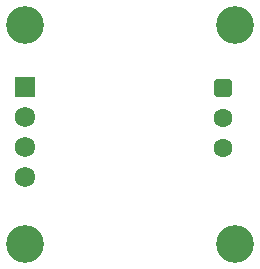
<source format=gbr>
%TF.GenerationSoftware,Altium Limited,Altium Designer,25.7.1 (20)*%
G04 Layer_Color=255*
%FSLAX45Y45*%
%MOMM*%
%TF.SameCoordinates,8EC0096B-1770-4E53-A1A5-517F8E17CF1D*%
%TF.FilePolarity,Positive*%
%TF.FileFunction,Pads,Bot*%
%TF.Part,Single*%
G01*
G75*
%TA.AperFunction,ComponentPad*%
%ADD20C,1.60000*%
%ADD21C,1.72500*%
G04:AMPARAMS|DCode=22|XSize=1.6mm|YSize=1.6mm|CornerRadius=0.4mm|HoleSize=0mm|Usage=FLASHONLY|Rotation=270.000|XOffset=0mm|YOffset=0mm|HoleType=Round|Shape=RoundedRectangle|*
%AMROUNDEDRECTD22*
21,1,1.60000,0.80000,0,0,270.0*
21,1,0.80000,1.60000,0,0,270.0*
1,1,0.80000,-0.40000,-0.40000*
1,1,0.80000,-0.40000,0.40000*
1,1,0.80000,0.40000,0.40000*
1,1,0.80000,0.40000,-0.40000*
%
%ADD22ROUNDEDRECTD22*%
%ADD23R,1.72500X1.72500*%
%TA.AperFunction,WasherPad*%
%ADD24C,3.20000*%
D20*
X2032000Y1143000D02*
D03*
Y1397000D02*
D03*
D21*
X358140Y894080D02*
D03*
Y1402080D02*
D03*
Y1148080D02*
D03*
D22*
X2032000Y1651000D02*
D03*
D23*
X358140Y1656080D02*
D03*
D24*
X2129790Y330180D02*
D03*
X355600D02*
D03*
X2132330Y2184400D02*
D03*
X355600D02*
D03*
%TF.MD5,f00a51ebe773715f42207985f7eb01c3*%
M02*

</source>
